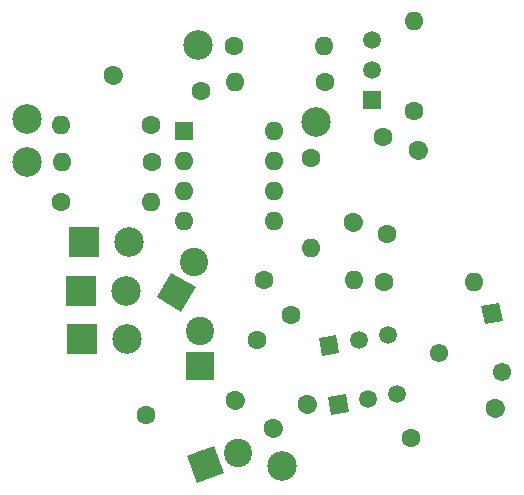
<source format=gbr>
G04 #@! TF.GenerationSoftware,KiCad,Pcbnew,(5.1.2-1)-1*
G04 #@! TF.CreationDate,2022-01-06T11:32:03-05:00*
G04 #@! TF.ProjectId,Basic VCA,42617369-6320-4564-9341-2e6b69636164,rev?*
G04 #@! TF.SameCoordinates,Original*
G04 #@! TF.FileFunction,Copper,L1,Top*
G04 #@! TF.FilePolarity,Positive*
%FSLAX46Y46*%
G04 Gerber Fmt 4.6, Leading zero omitted, Abs format (unit mm)*
G04 Created by KiCad (PCBNEW (5.1.2-1)-1) date 2022-01-06 11:32:03*
%MOMM*%
%LPD*%
G04 APERTURE LIST*
%ADD10C,2.499360*%
%ADD11R,2.499360X2.499360*%
%ADD12C,1.500000*%
%ADD13C,0.100000*%
%ADD14R,1.500000X1.500000*%
%ADD15C,2.400000*%
%ADD16R,2.400000X2.400000*%
%ADD17O,1.600000X1.600000*%
%ADD18C,1.600000*%
%ADD19C,1.600000*%
%ADD20C,1.550000*%
%ADD21R,1.600000X1.600000*%
G04 APERTURE END LIST*
D10*
X22900000Y-34660000D03*
D11*
X19090000Y-34660000D03*
D12*
X40601040Y-48404265D03*
D13*
G36*
X41469882Y-49012635D02*
G01*
X39992670Y-49273107D01*
X39732198Y-47795895D01*
X41209410Y-47535423D01*
X41469882Y-49012635D01*
X41469882Y-49012635D01*
G37*
D12*
X45603863Y-47522132D03*
X43102452Y-47963199D03*
D14*
X43430000Y-22660000D03*
D12*
X43430000Y-17580000D03*
X43430000Y-20120000D03*
X39820860Y-43403773D03*
D13*
G36*
X40689702Y-44012143D02*
G01*
X39212490Y-44272615D01*
X38952018Y-42795403D01*
X40429230Y-42534931D01*
X40689702Y-44012143D01*
X40689702Y-44012143D01*
G37*
D12*
X44823683Y-42521640D03*
X42322272Y-42962707D03*
D10*
X28720000Y-17960000D03*
X22600000Y-38840000D03*
D11*
X18790000Y-38840000D03*
D10*
X22680000Y-42840000D03*
D11*
X18870000Y-42840000D03*
D15*
X29341233Y-53484330D03*
D13*
G36*
X28624026Y-55022385D02*
G01*
X27803178Y-52767123D01*
X30058440Y-51946275D01*
X30879288Y-54201537D01*
X28624026Y-55022385D01*
X28624026Y-55022385D01*
G37*
D15*
X32086075Y-52485289D03*
X28887200Y-42217000D03*
D16*
X28887200Y-45138000D03*
D15*
X26879501Y-38899661D03*
D13*
G36*
X27318731Y-40538891D02*
G01*
X25240271Y-39338891D01*
X26440271Y-37260431D01*
X28518731Y-38460431D01*
X27318731Y-40538891D01*
X27318731Y-40538891D01*
G37*
D15*
X28340001Y-36370001D03*
D10*
X14260000Y-24240000D03*
X14270000Y-27840000D03*
X35820000Y-53590000D03*
X38680000Y-24510000D03*
D17*
X17150000Y-24730000D03*
D18*
X24770000Y-24730000D03*
X24800000Y-27850000D03*
D17*
X17180000Y-27850000D03*
X24720000Y-31230000D03*
D18*
X17100000Y-31230000D03*
X29000000Y-21850000D03*
X21495765Y-20526801D03*
D19*
X21495765Y-20526801D02*
X21495765Y-20526801D01*
D18*
X35043199Y-50434235D03*
D19*
X35043199Y-50434235D02*
X35043199Y-50434235D01*
D18*
X33720000Y-42930000D03*
X24340000Y-49320000D03*
X31844235Y-47996801D03*
D19*
X31844235Y-47996801D02*
X31844235Y-47996801D01*
D18*
X39430000Y-21120000D03*
D17*
X31810000Y-21120000D03*
D18*
X44494114Y-38061104D03*
D17*
X52114114Y-38061104D03*
X39420000Y-18030000D03*
D18*
X31800000Y-18030000D03*
X37913199Y-48354235D03*
D19*
X37913199Y-48354235D02*
X37913199Y-48354235D01*
D18*
X36590000Y-40850000D03*
X47040000Y-23580000D03*
D17*
X47040000Y-15960000D03*
D18*
X53892823Y-48666963D03*
D19*
X53892823Y-48666963D02*
X53892823Y-48666963D01*
D18*
X46732365Y-51273156D03*
X44750000Y-34000000D03*
X47356193Y-26839542D03*
D19*
X47356193Y-26839542D02*
X47356193Y-26839542D01*
D17*
X41950000Y-37880000D03*
D18*
X34330000Y-37880000D03*
X41813807Y-32940458D03*
D19*
X41813807Y-32940458D02*
X41813807Y-32940458D01*
D18*
X44420000Y-25780000D03*
X38310000Y-27510000D03*
D17*
X38310000Y-35130000D03*
D20*
X54478241Y-45624039D03*
X53610000Y-40700000D03*
D13*
G36*
X52712197Y-40071351D02*
G01*
X54238649Y-39802197D01*
X54507803Y-41328649D01*
X52981351Y-41597803D01*
X52712197Y-40071351D01*
X52712197Y-40071351D01*
G37*
D20*
X49120082Y-44030260D03*
D21*
X27520000Y-25270000D03*
D17*
X35140000Y-32890000D03*
X27520000Y-27810000D03*
X35140000Y-30350000D03*
X27520000Y-30350000D03*
X35140000Y-27810000D03*
X27520000Y-32890000D03*
X35140000Y-25270000D03*
M02*

</source>
